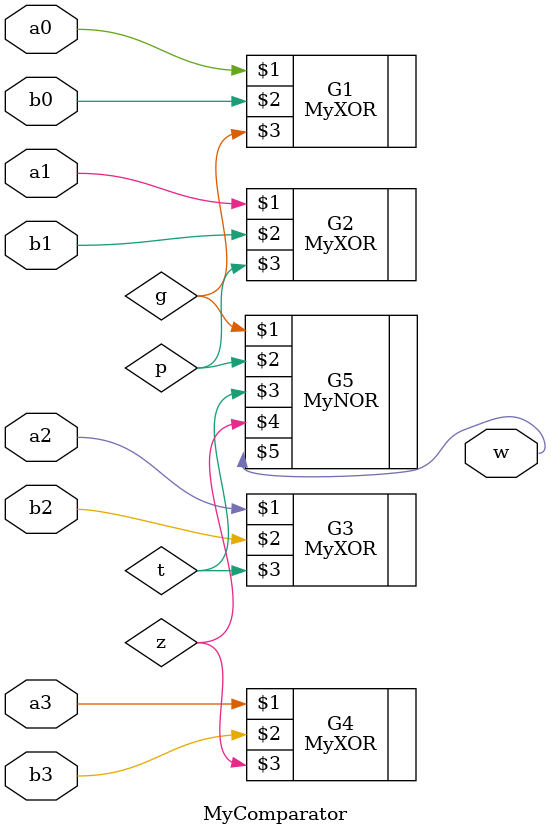
<source format=v>
module MyComparator(
    input a0,a1,a2,a3,b0,b1,b2,b3,
    output w
);
    wire g,p,t,z;
    MyXOR G1(a0,b0,g);
    MyXOR G2(a1,b1,p);
    MyXOR G3(a2,b2,t);
    MyXOR G4(a3,b3,z);
    MyNOR G5(g,p,t,z,w);
endmodule
</source>
